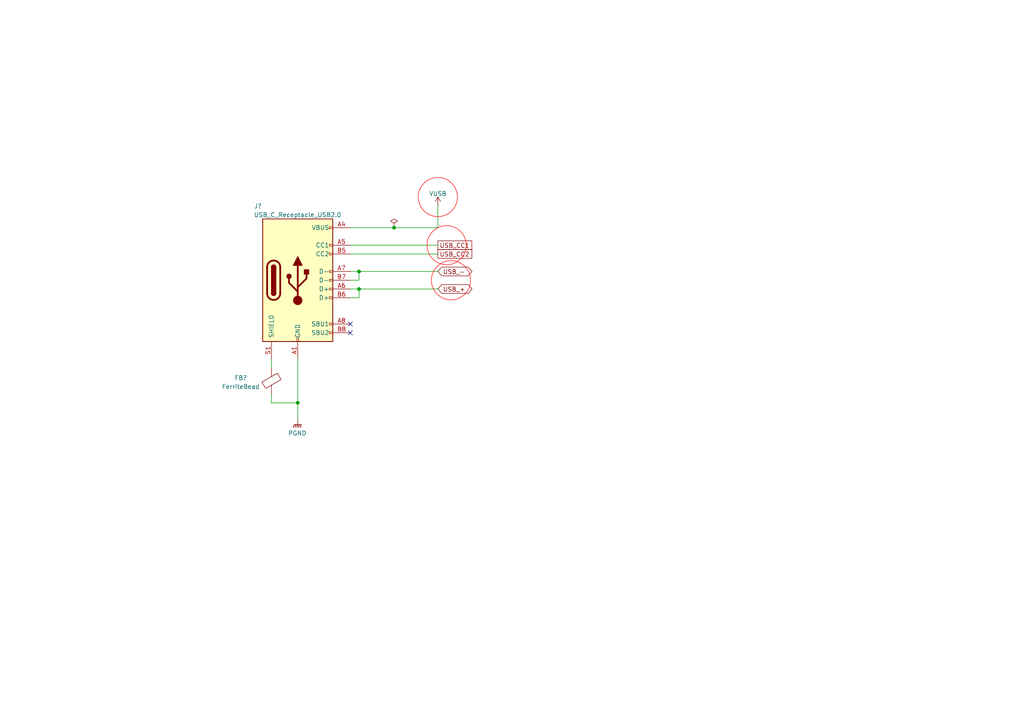
<source format=kicad_sch>
(kicad_sch (version 20230121) (generator eeschema)
  (paper "A4")
  (lib_symbols
    (symbol "0_power_symbols:PGND" (power) (pin_names (offset 0))
      (property "Value" "PGND" (at 0 -3.302 0))
      (symbol "PGND_0_1"
        (polyline (pts (xy 0 -1.27) (xy 0 0)))
        (polyline (pts (xy -1.016 -1.27) (xy -1.27 -2.032) (xy -1.27 -2.032)) (stroke (width 0.2032)))
        (polyline (pts (xy -0.508 -1.27) (xy -0.762 -2.032) (xy -0.762 -2.032)) (stroke (width 0.2032)))
        (polyline (pts (xy 0 -1.27) (xy -0.254 -2.032) (xy -0.254 -2.032)) (stroke (width 0.2032)))
        (polyline (pts (xy 0.508 -1.27) (xy 0.254 -2.032) (xy 0.254 -2.032)) (stroke (width 0.2032)))
        (polyline (pts (xy 1.016 -1.27) (xy -1.016 -1.27) (xy -1.016 -1.27)) (stroke (width 0.2032)))
        (polyline (pts (xy 1.016 -1.27) (xy 0.762 -2.032) (xy 0.762 -2.032) (xy 0.762 -2.032)) (stroke (width 0.2032)))
      )
      (symbol "PGND_1_1"
        (pin power_in line (at 0 0 270) (length 0) hide (name "PGND") (number "1"))
      )
    )
    (symbol "0_power_symbols:VUSB" (power) (pin_names (offset 0))
      (property "Value" "VUSB" (at 0 3.81 0))
      (symbol "VUSB_0_1"
        (polyline (pts (xy -0.762 1.27) (xy 0 2.54)))
        (polyline (pts (xy 0 0) (xy 0 2.54)))
        (polyline (pts (xy 0 2.54) (xy 0.762 1.27)))
      )
      (symbol "VUSB_1_1"
        (pin power_in line (at 0 0 90) (length 0) hide (name "VUSB") (number "1"))
      )
    )
    (symbol "4ms_Power-symbol:PWR_FLAG" (power) (pin_numbers hide) (pin_names (offset 0) hide)
      (property "Value" "PWR_FLAG" (at 0 3.81 0))
      (symbol "PWR_FLAG_0_0"
        (pin power_out line (at 0 0 90) (length 0) (name "pwr") (number "1"))
      )
      (symbol "PWR_FLAG_0_1"
        (polyline (pts (xy 0 0) (xy 0 1.27) (xy -1.016 1.905) (xy 0 2.54) (xy 1.016 1.905) (xy 0 1.27)))
      )
    )
    (symbol "Connector:USB_C_Receptacle_USB2.0" (pin_names (offset 1.016))
      (property "Reference" "J" (at -10.16 19.05 0))
      (property "Value" "USB_C_Receptacle_USB2.0" (at 19.05 19.05 0))
      (symbol "USB_C_Receptacle_USB2.0_0_0"
        (rectangle (start -0.254 -17.78) (end 0.254 -16.764))
        (rectangle (start 10.16 -14.986) (end 9.144 -15.494))
        (rectangle (start 10.16 -12.446) (end 9.144 -12.954))
        (rectangle (start 10.16 -4.826) (end 9.144 -5.334))
        (rectangle (start 10.16 -2.286) (end 9.144 -2.794))
        (rectangle (start 10.16 0.254) (end 9.144 -0.254))
        (rectangle (start 10.16 2.794) (end 9.144 2.286))
        (rectangle (start 10.16 7.874) (end 9.144 7.366))
        (rectangle (start 10.16 10.414) (end 9.144 9.906))
        (rectangle (start 10.16 15.494) (end 9.144 14.986))
      )
      (symbol "USB_C_Receptacle_USB2.0_0_1"
        (rectangle (start -10.16 17.78) (end 10.16 -17.78) (stroke (width 0.254)) (fill (type background)))
        (arc (start -8.89 -3.81) (mid -6.985 -5.7067) (end -5.08 -3.81) (stroke (width 0.508)))
        (arc (start -7.62 -3.81) (mid -6.985 -4.4423) (end -6.35 -3.81) (stroke (width 0.254)))
        (arc (start -7.62 -3.81) (mid -6.985 -4.4423) (end -6.35 -3.81) (stroke (width 0.254)) (fill (type outline)))
        (rectangle (start -7.62 -3.81) (end -6.35 3.81) (stroke (width 0.254)) (fill (type outline)))
        (arc (start -6.35 3.81) (mid -6.985 4.4423) (end -7.62 3.81) (stroke (width 0.254)))
        (arc (start -6.35 3.81) (mid -6.985 4.4423) (end -7.62 3.81) (stroke (width 0.254)) (fill (type outline)))
        (arc (start -5.08 3.81) (mid -6.985 5.7067) (end -8.89 3.81) (stroke (width 0.508)))
        (circle (center -2.54 1.143) (radius 0.635) (stroke (width 0.254)) (fill (type outline)))
        (circle (center 0 -5.842) (radius 1.27) (fill (type outline)))
        (polyline (pts (xy -8.89 -3.81) (xy -8.89 3.81)) (stroke (width 0.508)))
        (polyline (pts (xy -5.08 3.81) (xy -5.08 -3.81)) (stroke (width 0.508)))
        (polyline (pts (xy 0 -5.842) (xy 0 4.318)) (stroke (width 0.508)))
        (polyline (pts (xy 0 -3.302) (xy -2.54 -0.762) (xy -2.54 0.508)) (stroke (width 0.508)))
        (polyline (pts (xy 0 -2.032) (xy 2.54 0.508) (xy 2.54 1.778)) (stroke (width 0.508)))
        (polyline (pts (xy -1.27 4.318) (xy 0 6.858) (xy 1.27 4.318) (xy -1.27 4.318)) (stroke (width 0.254)) (fill (type outline)))
        (rectangle (start 1.905 1.778) (end 3.175 3.048) (stroke (width 0.254)) (fill (type outline)))
      )
      (symbol "USB_C_Receptacle_USB2.0_1_1"
        (pin passive line (at 0 -22.86 90) (length 5.08) (name "GND") (number "A1"))
        (pin passive line (at 0 -22.86 90) (length 5.08) hide (name "GND") (number "A12"))
        (pin passive line (at 15.24 15.24 180) (length 5.08) (name "VBUS") (number "A4"))
        (pin bidirectional line (at 15.24 10.16 180) (length 5.08) (name "CC1") (number "A5"))
        (pin bidirectional line (at 15.24 -2.54 180) (length 5.08) (name "D+") (number "A6"))
        (pin bidirectional line (at 15.24 2.54 180) (length 5.08) (name "D-") (number "A7"))
        (pin bidirectional line (at 15.24 -12.7 180) (length 5.08) (name "SBU1") (number "A8"))
        (pin passive line (at 15.24 15.24 180) (length 5.08) hide (name "VBUS") (number "A9"))
        (pin passive line (at 0 -22.86 90) (length 5.08) hide (name "GND") (number "B1"))
        (pin passive line (at 0 -22.86 90) (length 5.08) hide (name "GND") (number "B12"))
        (pin passive line (at 15.24 15.24 180) (length 5.08) hide (name "VBUS") (number "B4"))
        (pin bidirectional line (at 15.24 7.62 180) (length 5.08) (name "CC2") (number "B5"))
        (pin bidirectional line (at 15.24 -5.08 180) (length 5.08) (name "D+") (number "B6"))
        (pin bidirectional line (at 15.24 0 180) (length 5.08) (name "D-") (number "B7"))
        (pin bidirectional line (at 15.24 -15.24 180) (length 5.08) (name "SBU2") (number "B8"))
        (pin passive line (at 15.24 15.24 180) (length 5.08) hide (name "VBUS") (number "B9"))
        (pin passive line (at -7.62 -22.86 90) (length 5.08) (name "SHIELD") (number "S1"))
      )
    )
    (symbol "Device:FerriteBead" (pin_numbers hide) (pin_names (offset 0))
      (property "Reference" "FB" (at -3.81 0.635 90))
      (property "Value" "FerriteBead" (at 3.81 0 90))
      (symbol "FerriteBead_0_1"
        (polyline (pts (xy 0 -1.27) (xy 0 -1.2192)))
        (polyline (pts (xy 0 1.27) (xy 0 1.2954)))
        (polyline (pts (xy -2.7686 0.4064) (xy -1.7018 2.2606) (xy 2.7686 -0.3048) (xy 1.6764 -2.159) (xy -2.7686 0.4064)))
      )
      (symbol "FerriteBead_1_1"
        (pin passive line (at 0 3.81 270) (length 2.54) (name "~") (number "1"))
        (pin passive line (at 0 -3.81 90) (length 2.54) (name "~") (number "2"))
      )
    )
  )
  (junction (at 114.3 66.04))
  (junction (at 86.36 116.84))
  (junction (at 104.14 78.74))
  (junction (at 104.14 83.82))
  (no_connect (at 101.6 96.52))
  (no_connect (at 101.6 93.98))
  (wire (pts (xy 101.6 71.12) (xy 127 71.12)))
  (wire (pts (xy 86.36 104.14) (xy 86.36 116.84)))
  (wire (pts (xy 101.6 81.28) (xy 104.14 81.28)))
  (wire (pts (xy 101.6 86.36) (xy 104.14 86.36)))
  (wire (pts (xy 104.14 83.82) (xy 127 83.82)))
  (wire (pts (xy 86.36 116.84) (xy 78.74 116.84)))
  (wire (pts (xy 104.14 83.82) (xy 101.6 83.82)))
  (wire (pts (xy 78.74 106.68) (xy 78.74 104.14)))
  (wire (pts (xy 104.14 78.74) (xy 127 78.74)))
  (wire (pts (xy 127 59.69) (xy 127 66.04)))
  (wire (pts (xy 104.14 81.28) (xy 104.14 78.74)))
  (wire (pts (xy 114.3 66.04) (xy 127 66.04)))
  (wire (pts (xy 104.14 78.74) (xy 101.6 78.74)))
  (wire (pts (xy 78.74 116.84) (xy 78.74 114.3)))
  (wire (pts (xy 86.36 116.84) (xy 86.36 121.92)))
  (wire (pts (xy 101.6 66.04) (xy 114.3 66.04)))
  (wire (pts (xy 101.6 73.66) (xy 127 73.66)))
  (wire (pts (xy 104.14 86.36) (xy 104.14 83.82)))
  (circle (center 127 57.15) (radius 5.6796) (stroke (width 0) (color 255 0 0 1)))
  (circle (center 129.54 71.12) (radius 5.6796) (stroke (width 0) (color 255 0 0 1)))
  (circle (center 130.81 81.28) (radius 5.6796) (stroke (width 0) (color 255 0 0 1)))
  (global_label "USB_+" (shape bidirectional) (at 127 83.82 0) (property "Intersheetrefs" "${INTERSHEET_REFS}" (effects hide)))
  (global_label "USB_-" (shape bidirectional) (at 127 78.74 0) (property "Intersheetrefs" "${INTERSHEET_REFS}" (effects hide)))
  (global_label "USB_CC1" (shape passive) (at 127 71.12 0) (property "Intersheetrefs" "${INTERSHEET_REFS}" (effects hide)))
  (global_label "USB_CC2" (shape passive) (at 127 73.66 0) (property "Intersheetrefs" "${INTERSHEET_REFS}" (effects hide)))
  (symbol (lib_id "Connector:USB_C_Receptacle_USB2.0") (at 86.36 81.28 0) (unit 1)
    (property "Reference" "J?" (at 73.6713 59.8002 0) (effects (justify left)))
    (property "Value" "USB_C_Receptacle_USB2.0" (at 99.0487 62.3371 0) (effects (justify right)))
    (property "Footprint" "Connector_USB:USB_C_Receptacle_Palconn_UTC16-G" (effects hide))
    (property "Datasheet" "https://www.usb.org/sites/default/files/documents/usb_type-c.zip" (effects hide))
    (instances (project "friendly-keyboard" (path "" (reference "J?") (unit 1)) (path "" (reference "J?") (unit 1)) (path "" (reference "J3") (unit 1)) (path "" (reference "J?") (unit 1))))
  )
  (symbol (lib_id "0_power_symbols:VUSB") (at 127 59.69 0) (unit 1)
    (property "Reference" "#PWR020" (effects hide))
    (property "Value" "VUSB" (at 127 56.1881 0))
    (instances (project "friendly-keyboard" (path "" (reference "#PWR020") (unit 1)) (path "" (reference "#PWR029") (unit 1))))
  )
  (symbol (lib_id "Device:FerriteBead") (at 78.74 110.49 0) (mirror y) (unit 1)
    (property "Reference" "FB?" (at 69.8444 109.6045 0))
    (property "Value" "FerriteBead" (at 69.8444 112.1414 0))
    (property "Footprint" "Resistor_SMD:R_0603_1608Metric" (effects hide))
    (instances (project "friendly-keyboard" (path "" (reference "FB?") (unit 1)) (path "" (reference "FB?") (unit 1)) (path "" (reference "FB1") (unit 1)) (path "" (reference "FB?") (unit 1))))
  )
  (symbol (lib_id "0_power_symbols:PGND") (at 86.36 121.92 0) (unit 1)
    (property "Reference" "#PWR028" (effects hide))
    (property "Value" "PGND" (at 86.233 125.6491 0))
  )
  (symbol (lib_id "4ms_Power-symbol:PWR_FLAG") (at 114.3 66.04 0) (unit 1)
    (property "Reference" "#FLG01" (effects hide))
    (property "Value" "PWR_FLAG" (effects hide))
    (instances (project "friendly-keyboard" (path "" (reference "#FLG01") (unit 1)) (path "" (reference "#FLG01") (unit 1)) (path "" (reference "#FLG04") (unit 1)) (path "" (reference "#FLG02") (unit 1))))
  )
)
</source>
